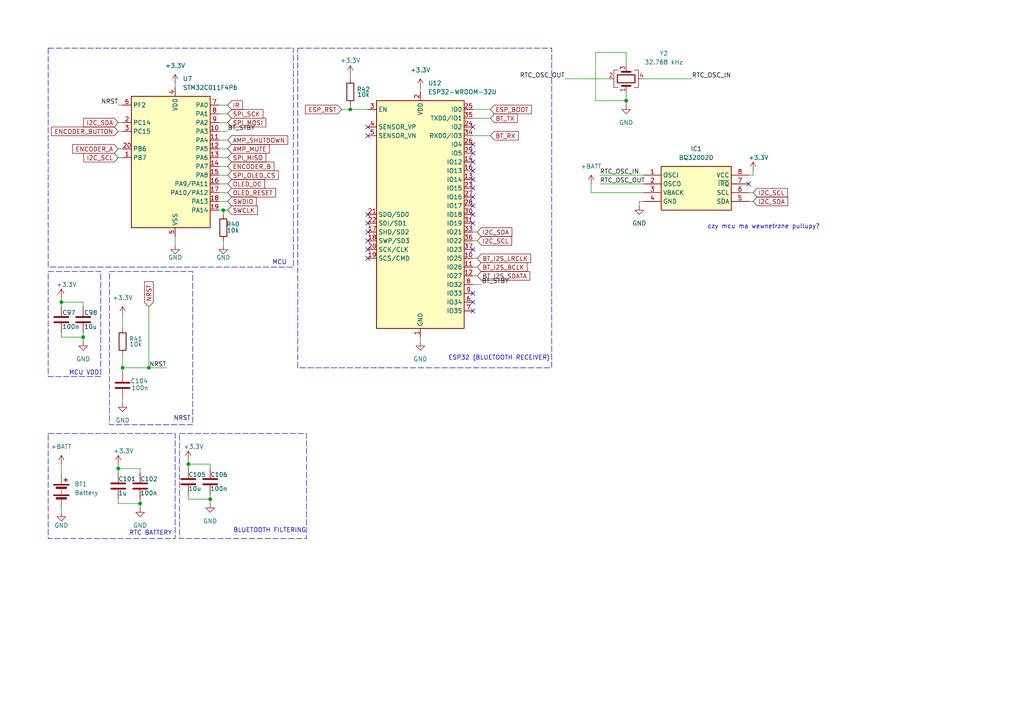
<source format=kicad_sch>
(kicad_sch (version 20231120) (generator "eeschema") (generator_version "8.0")
  (paper "A4")
  (lib_symbols
    (symbol "Device:Battery" (pin_numbers hide) (pin_names (offset 0) hide)
      (property "Reference" "BT" (at 2.54 2.54 0))
      (property "Value" "Battery" (at 2.54 0 0))
      (symbol "Battery_0_1"
        (rectangle (start -2.286 -1.27) (end 2.286 -1.524) (fill (type outline)))
        (rectangle (start -2.286 1.778) (end 2.286 1.524) (fill (type outline)))
        (rectangle (start -1.524 -2.032) (end 1.524 -2.54) (fill (type outline)))
        (rectangle (start -1.524 1.016) (end 1.524 0.508) (fill (type outline)))
        (polyline (pts (xy 0 -1.016) (xy 0 -0.762)))
        (polyline (pts (xy 0 -0.508) (xy 0 -0.254)))
        (polyline (pts (xy 0 0) (xy 0 0.254)))
        (polyline (pts (xy 0 1.778) (xy 0 2.54)))
        (polyline (pts (xy 0.762 3.048) (xy 1.778 3.048)) (stroke (width 0.254)))
        (polyline (pts (xy 1.27 3.556) (xy 1.27 2.54)) (stroke (width 0.254)))
      )
      (symbol "Battery_1_1"
        (pin passive line (at 0 5.08 270) (length 2.54) (name "+") (number "1"))
        (pin passive line (at 0 -5.08 90) (length 2.54) (name "-") (number "2"))
      )
    )
    (symbol "Device:C" (pin_numbers hide) (pin_names (offset 0.254))
      (property "Reference" "C" (at 0.635 2.54 0))
      (property "Value" "C" (at 0.635 -2.54 0))
      (symbol "C_0_1"
        (polyline (pts (xy -2.032 -0.762) (xy 2.032 -0.762)) (stroke (width 0.508)))
        (polyline (pts (xy -2.032 0.762) (xy 2.032 0.762)) (stroke (width 0.508)))
      )
      (symbol "C_1_1"
        (pin passive line (at 0 3.81 270) (length 2.794) (name "~") (number "1"))
        (pin passive line (at 0 -3.81 90) (length 2.794) (name "~") (number "2"))
      )
    )
    (symbol "Device:Crystal_GND24" (pin_names (offset 1.016) hide)
      (property "Reference" "Y" (at 3.175 5.08 0))
      (property "Value" "Crystal_GND24" (at 3.175 3.175 0))
      (symbol "Crystal_GND24_0_1"
        (rectangle (start -1.143 2.54) (end 1.143 -2.54) (stroke (width 0.3048)))
        (polyline (pts (xy -2.54 0) (xy -2.032 0)))
        (polyline (pts (xy -2.032 -1.27) (xy -2.032 1.27)) (stroke (width 0.508)))
        (polyline (pts (xy 0 -3.81) (xy 0 -3.556)))
        (polyline (pts (xy 0 3.556) (xy 0 3.81)))
        (polyline (pts (xy 2.032 -1.27) (xy 2.032 1.27)) (stroke (width 0.508)))
        (polyline (pts (xy 2.032 0) (xy 2.54 0)))
        (polyline (pts (xy -2.54 -2.286) (xy -2.54 -3.556) (xy 2.54 -3.556) (xy 2.54 -2.286)))
        (polyline (pts (xy -2.54 2.286) (xy -2.54 3.556) (xy 2.54 3.556) (xy 2.54 2.286)))
      )
      (symbol "Crystal_GND24_1_1"
        (pin passive line (at -3.81 0 0) (length 1.27) (name "1") (number "1"))
        (pin passive line (at 0 5.08 270) (length 1.27) (name "2") (number "2"))
        (pin passive line (at 3.81 0 180) (length 1.27) (name "3") (number "3"))
        (pin passive line (at 0 -5.08 90) (length 1.27) (name "4") (number "4"))
      )
    )
    (symbol "Device:R" (pin_numbers hide) (pin_names (offset 0))
      (property "Reference" "R" (at 2.032 0 90))
      (property "Value" "R" (at 0 0 90))
      (symbol "R_0_1"
        (rectangle (start -1.016 -2.54) (end 1.016 2.54) (stroke (width 0.254)))
      )
      (symbol "R_1_1"
        (pin passive line (at 0 3.81 270) (length 1.27) (name "~") (number "1"))
        (pin passive line (at 0 -3.81 90) (length 1.27) (name "~") (number "2"))
      )
    )
    (symbol "MCU_ST_STM32C0:STM32C011F4Px"
      (property "Reference" "U" (at -10.16 21.59 0))
      (property "Value" "STM32C011F4Px" (at 5.08 21.59 0))
      (symbol "STM32C011F4Px_0_1"
        (rectangle (start -10.16 -17.78) (end 12.7 20.32) (stroke (width 0.254)) (fill (type background)))
      )
      (symbol "STM32C011F4Px_1_1"
        (pin bidirectional line (at -12.7 2.54 0) (length 2.54) (name "PB7") (number "1"))
        (pin bidirectional line (at 15.24 10.16 180) (length 2.54) (name "PA3") (number "10"))
        (pin bidirectional line (at 15.24 7.62 180) (length 2.54) (name "PA4") (number "11"))
        (pin bidirectional line (at 15.24 5.08 180) (length 2.54) (name "PA5") (number "12"))
        (pin bidirectional line (at 15.24 2.54 180) (length 2.54) (name "PA6") (number "13"))
        (pin bidirectional line (at 15.24 0 180) (length 2.54) (name "PA7") (number "14"))
        (pin bidirectional line (at 15.24 -2.54 180) (length 2.54) (name "PA8") (number "15"))
        (pin bidirectional line (at 15.24 -5.08 180) (length 2.54) (name "PA9/PA11") (number "16"))
        (pin bidirectional line (at 15.24 -7.62 180) (length 2.54) (name "PA10/PA12") (number "17"))
        (pin bidirectional line (at 15.24 -10.16 180) (length 2.54) (name "PA13") (number "18"))
        (pin bidirectional line (at 15.24 -12.7 180) (length 2.54) (name "PA14") (number "19"))
        (pin bidirectional line (at -12.7 12.7 0) (length 2.54) (name "PC14") (number "2"))
        (pin bidirectional line (at -12.7 5.08 0) (length 2.54) (name "PB6") (number "20"))
        (pin bidirectional line (at -12.7 10.16 0) (length 2.54) (name "PC15") (number "3"))
        (pin power_in line (at 2.54 22.86 270) (length 2.54) (name "VDD") (number "4"))
        (pin power_in line (at 2.54 -20.32 90) (length 2.54) (name "VSS") (number "5"))
        (pin bidirectional line (at -12.7 17.78 0) (length 2.54) (name "PF2") (number "6"))
        (pin bidirectional line (at 15.24 17.78 180) (length 2.54) (name "PA0") (number "7"))
        (pin bidirectional line (at 15.24 15.24 180) (length 2.54) (name "PA1") (number "8"))
        (pin bidirectional line (at 15.24 12.7 180) (length 2.54) (name "PA2") (number "9"))
      )
    )
    (symbol "New_Library:BQ32002D"
      (property "Reference" "IC" (at 26.67 7.62 0))
      (property "Value" "BQ32002D" (at 26.67 5.08 0))
      (symbol "BQ32002D_1_1"
        (rectangle (start 5.08 2.54) (end 25.4 -10.16) (stroke (width 0.254)) (fill (type background)))
        (pin passive line (at 0 0 0) (length 5.08) (name "OSCI") (number "1"))
        (pin passive line (at 0 -2.54 0) (length 5.08) (name "OSCO") (number "2"))
        (pin passive line (at 0 -5.08 0) (length 5.08) (name "VBACK") (number "3"))
        (pin passive line (at 0 -7.62 0) (length 5.08) (name "GND") (number "4"))
        (pin passive line (at 30.48 -7.62 180) (length 5.08) (name "SDA") (number "5"))
        (pin passive line (at 30.48 -5.08 180) (length 5.08) (name "SCL") (number "6"))
        (pin passive line (at 30.48 -2.54 180) (length 5.08) (name "~{IRQ}") (number "7"))
        (pin passive line (at 30.48 0 180) (length 5.08) (name "VCC") (number "8"))
      )
    )
    (symbol "RF_Module:ESP32-WROOM-32U"
      (property "Reference" "U" (at -12.7 34.29 0))
      (property "Value" "ESP32-WROOM-32U" (at 1.27 34.29 0))
      (symbol "ESP32-WROOM-32U_0_1"
        (rectangle (start -12.7 33.02) (end 12.7 -33.02) (stroke (width 0.254)) (fill (type background)))
      )
      (symbol "ESP32-WROOM-32U_1_1"
        (pin power_in line (at 0 -35.56 90) (length 2.54) (name "GND") (number "1"))
        (pin bidirectional line (at 15.24 -12.7 180) (length 2.54) (name "IO25") (number "10"))
        (pin bidirectional line (at 15.24 -15.24 180) (length 2.54) (name "IO26") (number "11"))
        (pin bidirectional line (at 15.24 -17.78 180) (length 2.54) (name "IO27") (number "12"))
        (pin bidirectional line (at 15.24 10.16 180) (length 2.54) (name "IO14") (number "13"))
        (pin bidirectional line (at 15.24 15.24 180) (length 2.54) (name "IO12") (number "14"))
        (pin passive line (at 0 -35.56 90) (length 2.54) hide (name "GND") (number "15"))
        (pin bidirectional line (at 15.24 12.7 180) (length 2.54) (name "IO13") (number "16"))
        (pin bidirectional line (at -15.24 -5.08 0) (length 2.54) (name "SHD/SD2") (number "17"))
        (pin bidirectional line (at -15.24 -7.62 0) (length 2.54) (name "SWP/SD3") (number "18"))
        (pin bidirectional line (at -15.24 -12.7 0) (length 2.54) (name "SCS/CMD") (number "19"))
        (pin power_in line (at 0 35.56 270) (length 2.54) (name "VDD") (number "2"))
        (pin bidirectional line (at -15.24 -10.16 0) (length 2.54) (name "SCK/CLK") (number "20"))
        (pin bidirectional line (at -15.24 0 0) (length 2.54) (name "SDO/SD0") (number "21"))
        (pin bidirectional line (at -15.24 -2.54 0) (length 2.54) (name "SDI/SD1") (number "22"))
        (pin bidirectional line (at 15.24 7.62 180) (length 2.54) (name "IO15") (number "23"))
        (pin bidirectional line (at 15.24 25.4 180) (length 2.54) (name "IO2") (number "24"))
        (pin bidirectional line (at 15.24 30.48 180) (length 2.54) (name "IO0") (number "25"))
        (pin bidirectional line (at 15.24 20.32 180) (length 2.54) (name "IO4") (number "26"))
        (pin bidirectional line (at 15.24 5.08 180) (length 2.54) (name "IO16") (number "27"))
        (pin bidirectional line (at 15.24 2.54 180) (length 2.54) (name "IO17") (number "28"))
        (pin bidirectional line (at 15.24 17.78 180) (length 2.54) (name "IO5") (number "29"))
        (pin input line (at -15.24 30.48 0) (length 2.54) (name "EN") (number "3"))
        (pin bidirectional line (at 15.24 0 180) (length 2.54) (name "IO18") (number "30"))
        (pin bidirectional line (at 15.24 -2.54 180) (length 2.54) (name "IO19") (number "31"))
        (pin no_connect line (at -12.7 -27.94 0) (length 2.54) hide (name "NC") (number "32"))
        (pin bidirectional line (at 15.24 -5.08 180) (length 2.54) (name "IO21") (number "33"))
        (pin bidirectional line (at 15.24 22.86 180) (length 2.54) (name "RXD0/IO3") (number "34"))
        (pin bidirectional line (at 15.24 27.94 180) (length 2.54) (name "TXD0/IO1") (number "35"))
        (pin bidirectional line (at 15.24 -7.62 180) (length 2.54) (name "IO22") (number "36"))
        (pin bidirectional line (at 15.24 -10.16 180) (length 2.54) (name "IO23") (number "37"))
        (pin passive line (at 0 -35.56 90) (length 2.54) hide (name "GND") (number "38"))
        (pin passive line (at 0 -35.56 90) (length 2.54) hide (name "GND") (number "39"))
        (pin input line (at -15.24 25.4 0) (length 2.54) (name "SENSOR_VP") (number "4"))
        (pin input line (at -15.24 22.86 0) (length 2.54) (name "SENSOR_VN") (number "5"))
        (pin input line (at 15.24 -25.4 180) (length 2.54) (name "IO34") (number "6"))
        (pin input line (at 15.24 -27.94 180) (length 2.54) (name "IO35") (number "7"))
        (pin bidirectional line (at 15.24 -20.32 180) (length 2.54) (name "IO32") (number "8"))
        (pin bidirectional line (at 15.24 -22.86 180) (length 2.54) (name "IO33") (number "9"))
      )
    )
    (symbol "power:+3.3V" (power) (pin_numbers hide) (pin_names (offset 0) hide)
      (property "Value" "+3.3V" (at 0 3.556 0))
      (symbol "+3.3V_0_1"
        (polyline (pts (xy -0.762 1.27) (xy 0 2.54)))
        (polyline (pts (xy 0 0) (xy 0 2.54)))
        (polyline (pts (xy 0 2.54) (xy 0.762 1.27)))
      )
      (symbol "+3.3V_1_1"
        (pin power_in line (at 0 0 90) (length 0) (name "~") (number "1"))
      )
    )
    (symbol "power:+BATT" (power) (pin_numbers hide) (pin_names (offset 0) hide)
      (property "Value" "+BATT" (at 0 3.556 0))
      (symbol "+BATT_0_1"
        (polyline (pts (xy -0.762 1.27) (xy 0 2.54)))
        (polyline (pts (xy 0 0) (xy 0 2.54)))
        (polyline (pts (xy 0 2.54) (xy 0.762 1.27)))
      )
      (symbol "+BATT_1_1"
        (pin power_in line (at 0 0 90) (length 0) (name "~") (number "1"))
      )
    )
    (symbol "power:GND" (power) (pin_numbers hide) (pin_names (offset 0) hide)
      (property "Value" "GND" (at 0 -3.81 0))
      (symbol "GND_0_1"
        (polyline (pts (xy 0 0) (xy 0 -1.27) (xy 1.27 -1.27) (xy 0 -2.54) (xy -1.27 -1.27) (xy 0 -1.27)))
      )
      (symbol "GND_1_1"
        (pin power_in line (at 0 0 270) (length 0) (name "~") (number "1"))
      )
    )
  )
  (junction (at 35.56 106.68))
  (junction (at 43.18 106.68))
  (junction (at 181.61 29.21))
  (junction (at 54.61 134.62))
  (junction (at 60.96 144.78))
  (junction (at 34.29 135.89))
  (junction (at 24.13 97.79))
  (junction (at 101.6 31.75))
  (junction (at 17.78 87.63))
  (junction (at 64.77 60.96))
  (junction (at 40.64 146.05))
  (no_connect (at 137.16 85.09))
  (no_connect (at 217.17 53.34))
  (no_connect (at 137.16 46.99))
  (no_connect (at 106.68 67.31))
  (no_connect (at 137.16 49.53))
  (no_connect (at 106.68 69.85))
  (no_connect (at 106.68 39.37))
  (no_connect (at 137.16 57.15))
  (no_connect (at 106.68 64.77))
  (no_connect (at 137.16 64.77))
  (no_connect (at 137.16 54.61))
  (no_connect (at 137.16 62.23))
  (no_connect (at 137.16 36.83))
  (no_connect (at 106.68 72.39))
  (no_connect (at 137.16 72.39))
  (no_connect (at 137.16 87.63))
  (no_connect (at 106.68 62.23))
  (no_connect (at 137.16 52.07))
  (no_connect (at 106.68 36.83))
  (no_connect (at 137.16 59.69))
  (no_connect (at 106.68 74.93))
  (no_connect (at 137.16 44.45))
  (no_connect (at 137.16 41.91))
  (no_connect (at 137.16 90.17))
  (wire (pts (xy 35.56 102.87) (xy 35.56 106.68)))
  (wire (pts (xy 34.29 43.18) (xy 35.56 43.18)))
  (wire (pts (xy 142.24 31.75) (xy 137.16 31.75)))
  (wire (pts (xy 40.64 135.89) (xy 34.29 135.89)))
  (wire (pts (xy 34.29 134.62) (xy 34.29 135.89)))
  (wire (pts (xy 43.18 106.68) (xy 48.26 106.68)))
  (wire (pts (xy 66.04 55.88) (xy 63.5 55.88)))
  (wire (pts (xy 34.29 135.89) (xy 34.29 137.16)))
  (wire (pts (xy 34.29 38.1) (xy 35.56 38.1)))
  (wire (pts (xy 24.13 96.52) (xy 24.13 97.79)))
  (wire (pts (xy 142.24 34.29) (xy 137.16 34.29)))
  (wire (pts (xy 40.64 144.78) (xy 40.64 146.05)))
  (wire (pts (xy 60.96 134.62) (xy 54.61 134.62)))
  (wire (pts (xy 66.04 53.34) (xy 63.5 53.34)))
  (wire (pts (xy 138.43 74.93) (xy 137.16 74.93)))
  (wire (pts (xy 138.43 67.31) (xy 137.16 67.31)))
  (wire (pts (xy 142.24 39.37) (xy 137.16 39.37)))
  (wire (pts (xy 173.99 50.8) (xy 186.69 50.8)))
  (wire (pts (xy 218.44 49.53) (xy 218.44 50.8)))
  (wire (pts (xy 17.78 86.36) (xy 17.78 87.63)))
  (wire (pts (xy 40.64 135.89) (xy 40.64 137.16)))
  (wire (pts (xy 66.04 48.26) (xy 63.5 48.26)))
  (wire (pts (xy 101.6 31.75) (xy 101.6 30.48)))
  (wire (pts (xy 60.96 146.05) (xy 60.96 144.78)))
  (wire (pts (xy 139.7 82.55) (xy 137.16 82.55)))
  (wire (pts (xy 50.8 71.12) (xy 50.8 68.58)))
  (wire (pts (xy 17.78 96.52) (xy 17.78 97.79)))
  (wire (pts (xy 121.92 97.79) (xy 121.92 99.06)))
  (wire (pts (xy 121.92 25.4) (xy 121.92 26.67)))
  (wire (pts (xy 66.04 58.42) (xy 63.5 58.42)))
  (wire (pts (xy 64.77 71.12) (xy 64.77 69.85)))
  (wire (pts (xy 24.13 87.63) (xy 17.78 87.63)))
  (wire (pts (xy 34.29 146.05) (xy 34.29 144.78)))
  (wire (pts (xy 172.72 29.21) (xy 181.61 29.21)))
  (wire (pts (xy 24.13 88.9) (xy 24.13 87.63)))
  (wire (pts (xy 54.61 134.62) (xy 54.61 135.89)))
  (wire (pts (xy 64.77 60.96) (xy 66.04 60.96)))
  (wire (pts (xy 34.29 45.72) (xy 35.56 45.72)))
  (wire (pts (xy 54.61 144.78) (xy 60.96 144.78)))
  (wire (pts (xy 185.42 58.42) (xy 185.42 59.69)))
  (wire (pts (xy 50.8 24.13) (xy 50.8 25.4)))
  (wire (pts (xy 101.6 21.59) (xy 101.6 22.86)))
  (wire (pts (xy 181.61 29.21) (xy 181.61 26.67)))
  (wire (pts (xy 66.04 33.02) (xy 63.5 33.02)))
  (wire (pts (xy 35.56 106.68) (xy 43.18 106.68)))
  (wire (pts (xy 138.43 80.01) (xy 137.16 80.01)))
  (wire (pts (xy 34.29 35.56) (xy 35.56 35.56)))
  (wire (pts (xy 186.69 58.42) (xy 185.42 58.42)))
  (wire (pts (xy 54.61 144.78) (xy 54.61 143.51)))
  (wire (pts (xy 181.61 30.48) (xy 181.61 29.21)))
  (wire (pts (xy 66.04 45.72) (xy 63.5 45.72)))
  (wire (pts (xy 64.77 60.96) (xy 63.5 60.96)))
  (wire (pts (xy 40.64 147.32) (xy 40.64 146.05)))
  (wire (pts (xy 54.61 133.35) (xy 54.61 134.62)))
  (wire (pts (xy 66.04 43.18) (xy 63.5 43.18)))
  (wire (pts (xy 218.44 58.42) (xy 217.17 58.42)))
  (wire (pts (xy 66.04 30.48) (xy 63.5 30.48)))
  (wire (pts (xy 34.29 30.48) (xy 35.56 30.48)))
  (wire (pts (xy 163.83 22.86) (xy 176.53 22.86)))
  (wire (pts (xy 64.77 62.23) (xy 64.77 60.96)))
  (wire (pts (xy 172.72 15.24) (xy 172.72 29.21)))
  (wire (pts (xy 60.96 143.51) (xy 60.96 144.78)))
  (wire (pts (xy 60.96 134.62) (xy 60.96 135.89)))
  (wire (pts (xy 200.66 22.86) (xy 186.69 22.86)))
  (wire (pts (xy 66.04 38.1) (xy 63.5 38.1)))
  (wire (pts (xy 34.29 146.05) (xy 40.64 146.05)))
  (wire (pts (xy 138.43 69.85) (xy 137.16 69.85)))
  (wire (pts (xy 173.99 53.34) (xy 186.69 53.34)))
  (wire (pts (xy 66.04 50.8) (xy 63.5 50.8)))
  (wire (pts (xy 24.13 99.06) (xy 24.13 97.79)))
  (wire (pts (xy 17.78 134.62) (xy 17.78 137.16)))
  (wire (pts (xy 66.04 35.56) (xy 63.5 35.56)))
  (wire (pts (xy 171.45 55.88) (xy 171.45 53.34)))
  (wire (pts (xy 186.69 55.88) (xy 171.45 55.88)))
  (wire (pts (xy 35.56 115.57) (xy 35.56 116.84)))
  (wire (pts (xy 17.78 147.32) (xy 17.78 148.59)))
  (wire (pts (xy 43.18 88.9) (xy 43.18 106.68)))
  (wire (pts (xy 181.61 19.05) (xy 181.61 15.24)))
  (wire (pts (xy 24.13 97.79) (xy 17.78 97.79)))
  (wire (pts (xy 138.43 77.47) (xy 137.16 77.47)))
  (wire (pts (xy 66.04 40.64) (xy 63.5 40.64)))
  (wire (pts (xy 218.44 55.88) (xy 217.17 55.88)))
  (wire (pts (xy 17.78 87.63) (xy 17.78 88.9)))
  (wire (pts (xy 101.6 31.75) (xy 106.68 31.75)))
  (wire (pts (xy 35.56 106.68) (xy 35.56 107.95)))
  (wire (pts (xy 35.56 91.44) (xy 35.56 95.25)))
  (wire (pts (xy 99.06 31.75) (xy 101.6 31.75)))
  (wire (pts (xy 217.17 50.8) (xy 218.44 50.8)))
  (wire (pts (xy 181.61 15.24) (xy 172.72 15.24)))
  (rectangle (start 52.07 125.73) (end 88.9 156.21) (stroke (width 0) (type dash)))
  (rectangle (start 31.75 78.74) (end 55.88 123.19) (stroke (width 0) (type dash)))
  (rectangle (start 13.97 13.97) (end 85.09 77.47) (stroke (width 0) (type dash)))
  (rectangle (start 13.97 125.73) (end 50.8 156.21) (stroke (width 0) (type dash)))
  (rectangle (start 86.36 13.97) (end 160.02 106.68) (stroke (width 0) (type dash)))
  (rectangle (start 13.97 78.74) (end 29.21 109.22) (stroke (width 0) (type dash)))
  (text "MCU " (at 81.534 76.2 0) (effects (font (size 1.27 1.27))))
  (text "ESP32 (BLUETOOTH RECEIVER)" (at 144.78 103.886 0) (effects (font (size 1.27 1.27))))
  (text "czy mcu ma wewnetrzne pullupy?" (at 221.488 65.786 0) (effects (font (size 1.27 1.27))))
  (text "RTC BATTERY" (at 43.688 154.686 0) (effects (font (size 1.27 1.27))))
  (text "NRST" (at 52.832 121.412 0) (effects (font (size 1.27 1.27))))
  (text "MCU VDD" (at 24.384 108.204 0) (effects (font (size 1.27 1.27))))
  (text "BLUETOOTH FILTERING" (at 78.232 153.924 0) (effects (font (size 1.27 1.27))))
  (label "NRST" (at 48.26 106.68 180))
  (label "RTC_OSC_OUT" (at 173.99 53.34 0))
  (label "RTC_OSC_IN" (at 200.66 22.86 0))
  (label "NRST" (at 34.29 30.48 180))
  (label "BT_STBY" (at 139.7 82.55 0))
  (label "RTC_OSC_IN" (at 173.99 50.8 0))
  (label "RTC_OSC_OUT" (at 163.83 22.86 180))
  (label "BT_STBY" (at 66.04 38.1 0))
  (global_label "BT_RX" (shape input) (at 142.24 39.37 0) (property "Intersheetrefs" "${INTERSHEET_REFS}" (effects (hide yes))))
  (global_label "I2C_SDA" (shape input) (at 34.29 35.56 180) (property "Intersheetrefs" "${INTERSHEET_REFS}" (effects (hide yes))))
  (global_label "SPI_MISO" (shape input) (at 66.04 45.72 0) (property "Intersheetrefs" "${INTERSHEET_REFS}" (effects (hide yes))))
  (global_label "SWDIO" (shape input) (at 66.04 58.42 0) (property "Intersheetrefs" "${INTERSHEET_REFS}" (effects (hide yes))))
  (global_label "BT_TX" (shape input) (at 142.24 34.29 0) (property "Intersheetrefs" "${INTERSHEET_REFS}" (effects (hide yes))))
  (global_label "I2C_SDA" (shape input) (at 218.44 58.42 0) (property "Intersheetrefs" "${INTERSHEET_REFS}" (effects (hide yes))))
  (global_label "I2C_SCL" (shape input) (at 34.29 45.72 180) (property "Intersheetrefs" "${INTERSHEET_REFS}" (effects (hide yes))))
  (global_label "NRST" (shape input) (at 43.18 88.9 90) (property "Intersheetrefs" "${INTERSHEET_REFS}" (effects (hide yes))))
  (global_label "AMP_SHUTDOWN" (shape input) (at 66.04 40.64 0) (property "Intersheetrefs" "${INTERSHEET_REFS}" (effects (hide yes))))
  (global_label "I2C_SDA" (shape input) (at 138.43 67.31 0) (property "Intersheetrefs" "${INTERSHEET_REFS}" (effects (hide yes))))
  (global_label "ENCODER_A" (shape input) (at 34.29 43.18 180) (property "Intersheetrefs" "${INTERSHEET_REFS}" (effects (hide yes))))
  (global_label "AMP_MUTE" (shape input) (at 66.04 43.18 0) (property "Intersheetrefs" "${INTERSHEET_REFS}" (effects (hide yes))))
  (global_label "SWCLK" (shape input) (at 66.04 60.96 0) (property "Intersheetrefs" "${INTERSHEET_REFS}" (effects (hide yes))))
  (global_label "ENCODER_B" (shape input) (at 66.04 48.26 0) (property "Intersheetrefs" "${INTERSHEET_REFS}" (effects (hide yes))))
  (global_label "BT_I2S_SDATA" (shape input) (at 138.43 80.01 0) (property "Intersheetrefs" "${INTERSHEET_REFS}" (effects (hide yes))))
  (global_label "OLED_DC" (shape input) (at 66.04 53.34 0) (property "Intersheetrefs" "${INTERSHEET_REFS}" (effects (hide yes))))
  (global_label "BT_I2S_BCLK" (shape input) (at 138.43 77.47 0) (property "Intersheetrefs" "${INTERSHEET_REFS}" (effects (hide yes))))
  (global_label "BT_I2S_LRCLK" (shape input) (at 138.43 74.93 0) (property "Intersheetrefs" "${INTERSHEET_REFS}" (effects (hide yes))))
  (global_label "ESP_RST" (shape input) (at 99.06 31.75 180) (property "Intersheetrefs" "${INTERSHEET_REFS}" (effects (hide yes))))
  (global_label "ESP_BOOT" (shape input) (at 142.24 31.75 0) (property "Intersheetrefs" "${INTERSHEET_REFS}" (effects (hide yes))))
  (global_label "OLED_RESET" (shape input) (at 66.04 55.88 0) (property "Intersheetrefs" "${INTERSHEET_REFS}" (effects (hide yes))))
  (global_label "SPI_MOSI" (shape input) (at 66.04 35.56 0) (property "Intersheetrefs" "${INTERSHEET_REFS}" (effects (hide yes))))
  (global_label "I2C_SCL" (shape input) (at 218.44 55.88 0) (property "Intersheetrefs" "${INTERSHEET_REFS}" (effects (hide yes))))
  (global_label "SPI_OLED_CS" (shape input) (at 66.04 50.8 0) (property "Intersheetrefs" "${INTERSHEET_REFS}" (effects (hide yes))))
  (global_label "IR" (shape input) (at 66.04 30.48 0) (property "Intersheetrefs" "${INTERSHEET_REFS}" (effects (hide yes))))
  (global_label "I2C_SCL" (shape input) (at 138.43 69.85 0) (property "Intersheetrefs" "${INTERSHEET_REFS}" (effects (hide yes))))
  (global_label "ENCODER_BUTTON" (shape input) (at 34.29 38.1 180) (property "Intersheetrefs" "${INTERSHEET_REFS}" (effects (hide yes))))
  (global_label "SPI_SCK" (shape input) (at 66.04 33.02 0) (property "Intersheetrefs" "${INTERSHEET_REFS}" (effects (hide yes))))
  (symbol (lib_id "power:+3.3V") (at 34.29 134.62 0) (unit 1)
    (property "Reference" "#PWR013" (effects (hide yes)))
    (property "Value" "+3.3V" (at 35.814 130.81 0))
    (property "Description" "Power symbol creates a global label with name \"+3.3V\"" (effects (hide yes)))
  )
  (symbol (lib_id "power:GND") (at 40.64 147.32 0) (unit 1)
    (property "Reference" "#PWR016" (effects (hide yes)))
    (property "Value" "GND" (at 40.64 152.4 0))
    (property "Description" "Power symbol creates a global label with name \"GND\" , ground" (effects (hide yes)))
  )
  (symbol (lib_id "power:GND") (at 60.96 146.05 0) (unit 1)
    (property "Reference" "#PWR0144" (effects (hide yes)))
    (property "Value" "GND" (at 60.96 151.13 0))
    (property "Description" "Power symbol creates a global label with name \"GND\" , ground" (effects (hide yes)))
  )
  (symbol (lib_id "Device:C") (at 40.64 140.97 0) (unit 1)
    (property "Reference" "C102" (at 40.64 138.938 0) (effects (justify left)))
    (property "Value" "100n" (at 40.64 143.002 0) (effects (justify left)))
    (property "Footprint" "Capacitor_SMD:C_0603_1608Metric_Pad1.08x0.95mm_HandSolder" (effects (hide yes)))
    (property "Description" "Unpolarized capacitor" (effects (hide yes)))
  )
  (symbol (lib_id "Device:R") (at 35.56 99.06 0) (unit 1)
    (property "Reference" "R41" (at 39.37 98.298 0))
    (property "Value" "10k" (at 39.37 99.822 0))
    (property "Footprint" "Resistor_SMD:R_0603_1608Metric_Pad0.98x0.95mm_HandSolder" (effects (hide yes)))
    (property "Description" "Resistor" (effects (hide yes)))
  )
  (symbol (lib_id "Device:C") (at 60.96 139.7 0) (unit 1)
    (property "Reference" "C106" (at 60.96 137.668 0) (effects (justify left)))
    (property "Value" "100n" (at 60.96 141.732 0) (effects (justify left)))
    (property "Footprint" "Capacitor_SMD:C_0603_1608Metric_Pad1.08x0.95mm_HandSolder" (effects (hide yes)))
    (property "Description" "Unpolarized capacitor" (effects (hide yes)))
  )
  (symbol (lib_id "RF_Module:ESP32-WROOM-32U") (at 121.92 62.23 0) (unit 1)
    (property "Reference" "U12" (at 124.1141 24.13 0) (effects (justify left)))
    (property "Value" "ESP32-WROOM-32U" (at 124.1141 26.67 0) (effects (justify left)))
    (property "Footprint" "RF_Module:ESP32-WROOM-32U" (effects (hide yes)))
    (property "Datasheet" "https://www.espressif.com/sites/default/files/documentation/esp32-wroom-32d_esp32-wroom-32u_datasheet_en.pdf" (effects (hide yes)))
    (property "Description" "RF Module, ESP32-D0WD SoC, Wi-Fi 802.11b/g/n, Bluetooth, BLE, 32-bit, 2.7-3.6V, external antenna, SMD" (effects (hide yes)))
  )
  (symbol (lib_id "power:+3.3V") (at 54.61 133.35 0) (unit 1)
    (property "Reference" "#PWR0143" (effects (hide yes)))
    (property "Value" "+3.3V" (at 56.134 129.54 0))
    (property "Description" "Power symbol creates a global label with name \"+3.3V\"" (effects (hide yes)))
  )
  (symbol (lib_id "Device:Battery") (at 17.78 142.24 0) (unit 1)
    (property "Reference" "BT1" (at 21.59 140.3984 0) (effects (justify left)))
    (property "Value" "Battery" (at 21.59 142.9384 0) (effects (justify left)))
    (property "Footprint" "Battery:BatteryHolder_LINX_BAT-HLD-012-SMT" (effects (hide yes)))
    (property "Description" "Multiple-cell battery" (effects (hide yes)))
  )
  (symbol (lib_id "power:+3.3V") (at 50.8 24.13 0) (unit 1)
    (property "Reference" "#PWR0133" (effects (hide yes)))
    (property "Value" "+3.3V" (at 50.8 19.05 0))
    (property "Description" "Power symbol creates a global label with name \"+3.3V\"" (effects (hide yes)))
  )
  (symbol (lib_id "power:+3.3V") (at 218.44 49.53 0) (unit 1)
    (property "Reference" "#PWR025" (effects (hide yes)))
    (property "Value" "+3.3V" (at 219.964 45.72 0))
    (property "Description" "Power symbol creates a global label with name \"+3.3V\"" (effects (hide yes)))
  )
  (symbol (lib_id "Device:R") (at 101.6 26.67 0) (unit 1)
    (property "Reference" "R42" (at 105.41 25.908 0))
    (property "Value" "10k" (at 105.41 27.432 0))
    (property "Footprint" "Resistor_SMD:R_0603_1608Metric_Pad0.98x0.95mm_HandSolder" (effects (hide yes)))
    (property "Description" "Resistor" (effects (hide yes)))
  )
  (symbol (lib_id "power:+BATT") (at 17.78 134.62 0) (unit 1)
    (property "Reference" "#PWR0135" (effects (hide yes)))
    (property "Value" "+BATT" (at 17.78 129.54 0))
    (property "Description" "Power symbol creates a global label with name \"+BATT\"" (effects (hide yes)))
  )
  (symbol (lib_id "Device:C") (at 54.61 139.7 0) (unit 1)
    (property "Reference" "C105" (at 54.61 137.668 0) (effects (justify left)))
    (property "Value" "10u" (at 54.61 141.732 0) (effects (justify left)))
    (property "Footprint" "Capacitor_SMD:C_0603_1608Metric_Pad1.08x0.95mm_HandSolder" (effects (hide yes)))
    (property "Description" "Unpolarized capacitor" (effects (hide yes)))
  )
  (symbol (lib_id "power:GND") (at 17.78 148.59 0) (unit 1)
    (property "Reference" "#PWR0137" (effects (hide yes)))
    (property "Value" "GND" (at 17.78 152.4 0))
    (property "Description" "Power symbol creates a global label with name \"GND\" , ground" (effects (hide yes)))
  )
  (symbol (lib_id "Device:Crystal_GND24") (at 181.61 22.86 90) (unit 1)
    (property "Reference" "Y2" (at 192.532 15.494 90))
    (property "Value" "32.768 kHz" (at 192.532 18.034 90))
    (property "Footprint" "SkrzpkAmpLibs:32768K125PIMC306" (effects (hide yes)))
    (property "Description" "Four pin crystal, GND on pins 2 and 4" (effects (hide yes)))
  )
  (symbol (lib_id "Device:C") (at 17.78 92.71 0) (unit 1)
    (property "Reference" "C97" (at 18.034 90.678 0) (effects (justify left)))
    (property "Value" "100n" (at 18.034 94.742 0) (effects (justify left)))
    (property "Footprint" "Capacitor_SMD:C_0603_1608Metric_Pad1.08x0.95mm_HandSolder" (effects (hide yes)))
    (property "Description" "Unpolarized capacitor" (effects (hide yes)))
  )
  (symbol (lib_id "power:+BATT") (at 171.45 53.34 0) (unit 1)
    (property "Reference" "#PWR0130" (effects (hide yes)))
    (property "Value" "+BATT" (at 171.45 48.26 0))
    (property "Description" "Power symbol creates a global label with name \"+BATT\"" (effects (hide yes)))
  )
  (symbol (lib_id "power:GND") (at 181.61 30.48 0) (unit 1)
    (property "Reference" "#PWR055" (effects (hide yes)))
    (property "Value" "GND" (at 181.61 35.56 0))
    (property "Description" "Power symbol creates a global label with name \"GND\" , ground" (effects (hide yes)))
  )
  (symbol (lib_id "power:+3.3V") (at 121.92 25.4 0) (unit 1)
    (property "Reference" "#PWR0142" (effects (hide yes)))
    (property "Value" "+3.3V" (at 121.92 20.32 0))
    (property "Description" "Power symbol creates a global label with name \"+3.3V\"" (effects (hide yes)))
  )
  (symbol (lib_id "MCU_ST_STM32C0:STM32C011F4Px") (at 48.26 48.26 0) (unit 1)
    (property "Reference" "U7" (at 52.9941 22.86 0) (effects (justify left)))
    (property "Value" "STM32C011F4P6" (at 52.9941 25.4 0) (effects (justify left)))
    (property "Footprint" "Package_SO:TSSOP-20_4.4x6.5mm_P0.65mm" (effects (hide yes)))
    (property "Datasheet" "https://www.st.com/resource/en/datasheet/stm32c011f4.pdf" (effects (hide yes)))
    (property "Description" "STMicroelectronics Arm Cortex-M0+ MCU, 16KB flash, 6KB RAM, 48 MHz, 2.0-3.6V, 18 GPIO, TSSOP20" (effects (hide yes)))
  )
  (symbol (lib_id "power:GND") (at 24.13 99.06 0) (unit 1)
    (property "Reference" "#PWR0128" (effects (hide yes)))
    (property "Value" "GND" (at 24.13 104.14 0))
    (property "Description" "Power symbol creates a global label with name \"GND\" , ground" (effects (hide yes)))
  )
  (symbol (lib_id "power:+3.3V") (at 17.78 86.36 0) (unit 1)
    (property "Reference" "#PWR0126" (effects (hide yes)))
    (property "Value" "+3.3V" (at 19.304 82.55 0))
    (property "Description" "Power symbol creates a global label with name \"+3.3V\"" (effects (hide yes)))
  )
  (symbol (lib_id "power:GND") (at 185.42 59.69 0) (unit 1)
    (property "Reference" "#PWR04" (effects (hide yes)))
    (property "Value" "GND" (at 185.42 64.77 0))
    (property "Description" "Power symbol creates a global label with name \"GND\" , ground" (effects (hide yes)))
  )
  (symbol (lib_id "Device:C") (at 34.29 140.97 0) (unit 1)
    (property "Reference" "C101" (at 34.29 138.938 0) (effects (justify left)))
    (property "Value" "1u" (at 34.29 143.002 0) (effects (justify left)))
    (property "Footprint" "Capacitor_SMD:C_0603_1608Metric_Pad1.08x0.95mm_HandSolder" (effects (hide yes)))
    (property "Description" "Unpolarized capacitor" (effects (hide yes)))
  )
  (symbol (lib_id "power:+3.3V") (at 101.6 21.59 0) (unit 1)
    (property "Reference" "#PWR0145" (effects (hide yes)))
    (property "Value" "+3.3V" (at 101.6 17.526 0))
    (property "Description" "Power symbol creates a global label with name \"+3.3V\"" (effects (hide yes)))
  )
  (symbol (lib_id "power:GND") (at 121.92 99.06 0) (unit 1)
    (property "Reference" "#PWR0141" (effects (hide yes)))
    (property "Value" "GND" (at 121.92 104.14 0))
    (property "Description" "Power symbol creates a global label with name \"GND\" , ground" (effects (hide yes)))
  )
  (symbol (lib_id "Device:C") (at 24.13 92.71 0) (unit 1)
    (property "Reference" "C98" (at 24.384 90.678 0) (effects (justify left)))
    (property "Value" "10u" (at 24.384 94.742 0) (effects (justify left)))
    (property "Footprint" "Capacitor_SMD:C_0603_1608Metric_Pad1.08x0.95mm_HandSolder" (effects (hide yes)))
    (property "Description" "Unpolarized capacitor" (effects (hide yes)))
  )
  (symbol (lib_id "Device:R") (at 64.77 66.04 0) (unit 1)
    (property "Reference" "R40" (at 67.564 65.024 0))
    (property "Value" "10k" (at 67.564 66.802 0))
    (property "Footprint" "Resistor_SMD:R_0603_1608Metric_Pad0.98x0.95mm_HandSolder" (effects (hide yes)))
    (property "Description" "Resistor" (effects (hide yes)))
  )
  (symbol (lib_id "power:GND") (at 64.77 71.12 0) (unit 1)
    (property "Reference" "#PWR0127" (effects (hide yes)))
    (property "Value" "GND" (at 64.77 74.676 0))
    (property "Description" "Power symbol creates a global label with name \"GND\" , ground" (effects (hide yes)))
  )
  (symbol (lib_id "Device:C") (at 35.56 111.76 0) (unit 1)
    (property "Reference" "C104" (at 37.846 110.49 0) (effects (justify left)))
    (property "Value" "100n" (at 38.1 112.522 0) (effects (justify left)))
    (property "Footprint" "Capacitor_SMD:C_0603_1608Metric_Pad1.08x0.95mm_HandSolder" (effects (hide yes)))
    (property "Description" "Unpolarized capacitor" (effects (hide yes)))
  )
  (symbol (lib_id "New_Library:BQ32002D") (at 186.69 50.8 0) (unit 1)
    (property "Reference" "IC1" (at 201.93 43.18 0))
    (property "Value" "BQ32002D" (at 201.93 45.72 0))
    (property "Footprint" "SkrzpkAmpLibs:BQ32002D" (effects (hide yes)))
    (property "Datasheet" "http://www.ti.com/lit/gpn/BQ32002" (effects (hide yes)))
    (property "Description" "Real-Time Clock (RTC)" (effects (hide yes)))
    (property "Height" "1.75" (effects (hide yes)))
    (property "Mouser Part Number" "595-BQ32002D" (effects (hide yes)))
    (property "Mouser Price/Stock" "https://www.mouser.co.uk/ProductDetail/Texas-Instruments/BQ32002D?qs=g5raLcSarOaGAYzATrc%2F%2Fg%3D%3D" (effects (hide yes)))
    (property "Manufacturer_Name" "Texas Instruments" (effects (hide yes)))
    (property "Manufacturer_Part_Number" "BQ32002D" (effects (hide yes)))
  )
  (symbol (lib_id "power:GND") (at 50.8 71.12 0) (unit 1)
    (property "Reference" "#PWR0132" (effects (hide yes)))
    (property "Value" "GND" (at 50.8 74.676 0))
    (property "Description" "Power symbol creates a global label with name \"GND\" , ground" (effects (hide yes)))
  )
  (symbol (lib_id "power:GND") (at 35.56 116.84 0) (unit 1)
    (property "Reference" "#PWR0140" (effects (hide yes)))
    (property "Value" "GND" (at 35.56 121.92 0))
    (property "Description" "Power symbol creates a global label with name \"GND\" , ground" (effects (hide yes)))
  )
  (symbol (lib_id "power:+3.3V") (at 35.56 91.44 0) (unit 1)
    (property "Reference" "#PWR0139" (effects (hide yes)))
    (property "Value" "+3.3V" (at 35.56 86.36 0))
    (property "Description" "Power symbol creates a global label with name \"+3.3V\"" (effects (hide yes)))
  )
)
</source>
